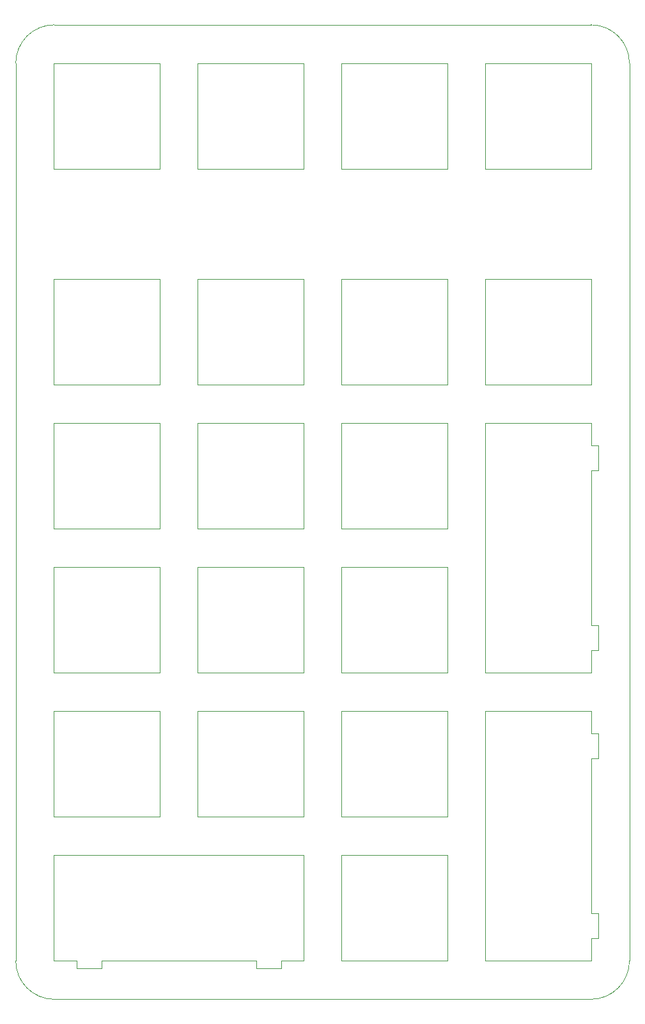
<source format=gm1>
%TF.GenerationSoftware,KiCad,Pcbnew,(7.0.0)*%
%TF.CreationDate,2023-02-27T14:02:19+01:00*%
%TF.ProjectId,MPad2040_Plate,4d506164-3230-4343-905f-506c6174652e,rev?*%
%TF.SameCoordinates,Original*%
%TF.FileFunction,Profile,NP*%
%FSLAX46Y46*%
G04 Gerber Fmt 4.6, Leading zero omitted, Abs format (unit mm)*
G04 Created by KiCad (PCBNEW (7.0.0)) date 2023-02-27 14:02:19*
%MOMM*%
%LPD*%
G01*
G04 APERTURE LIST*
%TA.AperFunction,Profile*%
%ADD10C,0.100000*%
%TD*%
G04 APERTURE END LIST*
D10*
X115305900Y-150668560D02*
X135806950Y-150668560D01*
X161131050Y-131618600D02*
X147131750Y-131618600D01*
X147131750Y-79519100D02*
X161131050Y-79519100D01*
X180181050Y-106294300D02*
X180181050Y-85793300D01*
X128081750Y-131618600D02*
X128081750Y-117619200D01*
X139106050Y-150668560D02*
X142081050Y-150668560D01*
X139106050Y-151638700D02*
X139106050Y-150668560D01*
X109031700Y-117619200D02*
X123031250Y-117619200D01*
X103967135Y-150654200D02*
X103967135Y-31909200D01*
X123031250Y-74468400D02*
X109031700Y-74468400D01*
X109031700Y-60469100D02*
X123031250Y-60469100D01*
X185247100Y-31909200D02*
G75*
G03*
X180167135Y-26829200I-5080000J0D01*
G01*
X147131750Y-150668560D02*
X147131750Y-136669100D01*
X161131050Y-31894200D02*
X161131050Y-45893200D01*
X142081050Y-131618600D02*
X128081750Y-131618600D01*
X166181750Y-45893200D02*
X166181750Y-31894200D01*
X161131050Y-112568400D02*
X147131750Y-112568400D01*
X135806950Y-151638700D02*
X139106050Y-151638700D01*
X180181050Y-31894200D02*
X180181050Y-45893200D01*
X123031250Y-31894200D02*
X123031250Y-45893200D01*
X147131750Y-93518400D02*
X147131750Y-79519100D01*
X123031250Y-79519100D02*
X123031250Y-93518400D01*
X166181750Y-112568400D02*
X180181050Y-112568400D01*
X123031250Y-131618600D02*
X109031700Y-131618600D01*
X142081050Y-93518400D02*
X128081750Y-93518400D01*
X109031700Y-31894200D02*
X123031250Y-31894200D01*
X142081050Y-74468400D02*
X128081750Y-74468400D01*
X180181050Y-82494100D02*
X180181050Y-79519100D01*
X180181050Y-147693390D02*
X181151150Y-147693390D01*
X166181750Y-150668560D02*
X180181050Y-150668560D01*
X180181050Y-60469100D02*
X180181050Y-74468400D01*
X109031700Y-45893200D02*
X109031700Y-31894200D01*
X180181050Y-74468400D02*
X166181750Y-74468400D01*
X180181050Y-109593500D02*
X181151150Y-109593500D01*
X161131050Y-45893200D02*
X147131750Y-45893200D01*
X180181050Y-117619200D02*
X166181750Y-117619200D01*
X142081050Y-150668560D02*
X142081050Y-136669100D01*
X180181050Y-144394350D02*
X180181050Y-123893300D01*
X161131050Y-74468400D02*
X147131750Y-74468400D01*
X147131750Y-112568400D02*
X147131750Y-98569100D01*
X112006890Y-150668560D02*
X112006890Y-151638700D01*
X109031700Y-74468400D02*
X109031700Y-60469100D01*
X147131750Y-60469100D02*
X161131050Y-60469100D01*
X128081750Y-93518400D02*
X128081750Y-79519100D01*
X147131750Y-74468400D02*
X147131750Y-60469100D01*
X128081750Y-45893200D02*
X128081750Y-31894200D01*
X123031250Y-60469100D02*
X123031250Y-74468400D01*
X109031700Y-112568400D02*
X109031700Y-98569100D01*
X181151150Y-85793300D02*
X181151150Y-82494100D01*
X142081050Y-60469100D02*
X142081050Y-74468400D01*
X161131050Y-79519100D02*
X161131050Y-93518400D01*
X180181050Y-123893300D02*
X181151150Y-123893300D01*
X128081750Y-112568400D02*
X128081750Y-98569100D01*
X142081050Y-112568400D02*
X128081750Y-112568400D01*
X166181750Y-74468400D02*
X166181750Y-60469100D01*
X109031700Y-98569100D02*
X123031250Y-98569100D01*
X166181750Y-117619200D02*
X166181750Y-150668560D01*
X135806950Y-150668560D02*
X135806950Y-151638700D01*
X181151150Y-120594300D02*
X180181050Y-120594300D01*
X115305900Y-151638700D02*
X115305900Y-150668560D01*
X123031250Y-112568400D02*
X109031700Y-112568400D01*
X147131750Y-117619200D02*
X161131050Y-117619200D01*
X161131050Y-150668560D02*
X147131750Y-150668560D01*
X181151150Y-106294300D02*
X180181050Y-106294300D01*
X181151150Y-82494100D02*
X180181050Y-82494100D01*
X103967100Y-150654200D02*
G75*
G03*
X109047135Y-155734200I5080000J0D01*
G01*
X142081050Y-117619200D02*
X142081050Y-131618600D01*
X142081050Y-45893200D02*
X128081750Y-45893200D01*
X128081750Y-98569100D02*
X142081050Y-98569100D01*
X128081750Y-79519100D02*
X142081050Y-79519100D01*
X166181750Y-79519100D02*
X166181750Y-112568400D01*
X142081050Y-136669100D02*
X109031700Y-136669100D01*
X180167135Y-155734235D02*
G75*
G03*
X185247135Y-150654200I-35J5080035D01*
G01*
X128081750Y-74468400D02*
X128081750Y-60469100D01*
X147131750Y-98569100D02*
X161131050Y-98569100D01*
X180181050Y-150668560D02*
X180181050Y-147693390D01*
X123031250Y-117619200D02*
X123031250Y-131618600D01*
X181151150Y-123893300D02*
X181151150Y-120594300D01*
X180167135Y-155734200D02*
X109047135Y-155734200D01*
X185247135Y-31909200D02*
X185247135Y-150654200D01*
X109031700Y-150668560D02*
X112006890Y-150668560D01*
X128081750Y-31894200D02*
X142081050Y-31894200D01*
X109047135Y-26829200D02*
X180167135Y-26829200D01*
X147131750Y-136669100D02*
X161131050Y-136669100D01*
X161131050Y-60469100D02*
X161131050Y-74468400D01*
X142081050Y-79519100D02*
X142081050Y-93518400D01*
X166181750Y-60469100D02*
X180181050Y-60469100D01*
X109031700Y-131618600D02*
X109031700Y-117619200D01*
X142081050Y-31894200D02*
X142081050Y-45893200D01*
X109031700Y-79519100D02*
X123031250Y-79519100D01*
X180181050Y-85793300D02*
X181151150Y-85793300D01*
X180181050Y-120594300D02*
X180181050Y-117619200D01*
X181151150Y-109593500D02*
X181151150Y-106294300D01*
X147131750Y-131618600D02*
X147131750Y-117619200D01*
X180181050Y-112568400D02*
X180181050Y-109593500D01*
X180181050Y-79519100D02*
X166181750Y-79519100D01*
X128081750Y-117619200D02*
X142081050Y-117619200D01*
X123031250Y-98569100D02*
X123031250Y-112568400D01*
X123031250Y-45893200D02*
X109031700Y-45893200D01*
X161131050Y-98569100D02*
X161131050Y-112568400D01*
X142081050Y-98569100D02*
X142081050Y-112568400D01*
X161131050Y-136669100D02*
X161131050Y-150668560D01*
X147131750Y-45893200D02*
X147131750Y-31894200D01*
X147131750Y-31894200D02*
X161131050Y-31894200D01*
X109047135Y-26829235D02*
G75*
G03*
X103967135Y-31909200I-35J-5079965D01*
G01*
X109031700Y-93518400D02*
X109031700Y-79519100D01*
X181151150Y-147693390D02*
X181151150Y-144394350D01*
X180181050Y-45893200D02*
X166181750Y-45893200D01*
X109031700Y-136669100D02*
X109031700Y-150668560D01*
X181151150Y-144394350D02*
X180181050Y-144394350D01*
X112006890Y-151638700D02*
X115305900Y-151638700D01*
X166181750Y-31894200D02*
X180181050Y-31894200D01*
X128081750Y-60469100D02*
X142081050Y-60469100D01*
X161131050Y-117619200D02*
X161131050Y-131618600D01*
X161131050Y-93518400D02*
X147131750Y-93518400D01*
X123031250Y-93518400D02*
X109031700Y-93518400D01*
M02*

</source>
